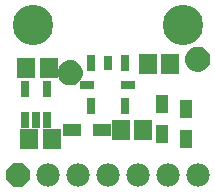
<source format=gbr>
G04 EAGLE Gerber RS-274X export*
G75*
%MOMM*%
%FSLAX34Y34*%
%LPD*%
%INSoldermask Top*%
%IPPOS*%
%AMOC8*
5,1,8,0,0,1.08239X$1,22.5*%
G01*
%ADD10R,1.503200X1.703200*%
%ADD11C,3.419200*%
%ADD12R,0.753200X1.403200*%
%ADD13R,0.703200X1.403200*%
%ADD14R,1.303200X0.803200*%
%ADD15R,0.803200X1.303200*%
%ADD16P,2.144431X8X112.500000*%
%ADD17C,1.981200*%
%ADD18R,1.003200X1.553200*%
%ADD19R,1.553200X1.003200*%

G36*
X166892Y112710D02*
X166892Y112710D01*
X166935Y112722D01*
X167001Y112729D01*
X168684Y113180D01*
X168725Y113199D01*
X168788Y113218D01*
X170368Y113955D01*
X170405Y113981D01*
X170464Y114010D01*
X171892Y115010D01*
X171923Y115042D01*
X171976Y115081D01*
X173209Y116314D01*
X173234Y116350D01*
X173280Y116398D01*
X174280Y117826D01*
X174298Y117867D01*
X174335Y117922D01*
X175072Y119502D01*
X175083Y119545D01*
X175110Y119606D01*
X175561Y121289D01*
X175563Y121321D01*
X175570Y121342D01*
X175570Y121357D01*
X175580Y121398D01*
X175732Y123135D01*
X175728Y123179D01*
X175732Y123245D01*
X175580Y124982D01*
X175568Y125025D01*
X175561Y125091D01*
X175110Y126774D01*
X175091Y126815D01*
X175072Y126878D01*
X174335Y128458D01*
X174309Y128495D01*
X174280Y128554D01*
X173280Y129982D01*
X173248Y130013D01*
X173209Y130066D01*
X171976Y131299D01*
X171940Y131324D01*
X171892Y131370D01*
X170464Y132370D01*
X170423Y132388D01*
X170368Y132425D01*
X168788Y133162D01*
X168745Y133173D01*
X168684Y133200D01*
X167001Y133651D01*
X166956Y133654D01*
X166892Y133670D01*
X165155Y133822D01*
X165111Y133818D01*
X165045Y133822D01*
X163308Y133670D01*
X163265Y133658D01*
X163199Y133651D01*
X161516Y133200D01*
X161475Y133181D01*
X161412Y133162D01*
X159832Y132425D01*
X159795Y132399D01*
X159736Y132370D01*
X158308Y131370D01*
X158277Y131338D01*
X158224Y131299D01*
X156991Y130066D01*
X156966Y130030D01*
X156920Y129982D01*
X155920Y128554D01*
X155902Y128513D01*
X155865Y128458D01*
X155128Y126878D01*
X155117Y126835D01*
X155090Y126774D01*
X154639Y125091D01*
X154636Y125046D01*
X154620Y124982D01*
X154468Y123245D01*
X154472Y123201D01*
X154468Y123135D01*
X154620Y121398D01*
X154632Y121355D01*
X154636Y121321D01*
X154636Y121305D01*
X154638Y121300D01*
X154639Y121289D01*
X155090Y119606D01*
X155109Y119565D01*
X155128Y119502D01*
X155865Y117922D01*
X155891Y117885D01*
X155920Y117826D01*
X156920Y116398D01*
X156952Y116367D01*
X156991Y116314D01*
X158224Y115081D01*
X158260Y115056D01*
X158308Y115010D01*
X159736Y114010D01*
X159777Y113992D01*
X159832Y113955D01*
X161412Y113218D01*
X161455Y113207D01*
X161516Y113180D01*
X163199Y112729D01*
X163244Y112726D01*
X163308Y112710D01*
X165045Y112558D01*
X165089Y112562D01*
X165155Y112558D01*
X166892Y112710D01*
G37*
G36*
X58942Y101280D02*
X58942Y101280D01*
X58985Y101292D01*
X59051Y101299D01*
X60734Y101750D01*
X60775Y101769D01*
X60838Y101788D01*
X62418Y102525D01*
X62455Y102551D01*
X62514Y102580D01*
X63942Y103580D01*
X63973Y103612D01*
X64026Y103651D01*
X65259Y104884D01*
X65284Y104920D01*
X65330Y104968D01*
X66330Y106396D01*
X66348Y106437D01*
X66385Y106492D01*
X67122Y108072D01*
X67133Y108115D01*
X67160Y108176D01*
X67611Y109859D01*
X67613Y109891D01*
X67620Y109912D01*
X67620Y109927D01*
X67630Y109968D01*
X67782Y111705D01*
X67778Y111749D01*
X67782Y111815D01*
X67630Y113552D01*
X67618Y113595D01*
X67611Y113661D01*
X67160Y115344D01*
X67141Y115385D01*
X67122Y115448D01*
X66385Y117028D01*
X66359Y117065D01*
X66330Y117124D01*
X65330Y118552D01*
X65298Y118583D01*
X65259Y118636D01*
X64026Y119869D01*
X63990Y119894D01*
X63942Y119940D01*
X62514Y120940D01*
X62473Y120958D01*
X62418Y120995D01*
X60838Y121732D01*
X60795Y121743D01*
X60734Y121770D01*
X59051Y122221D01*
X59006Y122224D01*
X58942Y122240D01*
X57205Y122392D01*
X57161Y122388D01*
X57095Y122392D01*
X55358Y122240D01*
X55315Y122228D01*
X55249Y122221D01*
X53566Y121770D01*
X53525Y121751D01*
X53462Y121732D01*
X51882Y120995D01*
X51845Y120969D01*
X51786Y120940D01*
X50358Y119940D01*
X50327Y119908D01*
X50274Y119869D01*
X49041Y118636D01*
X49016Y118600D01*
X48970Y118552D01*
X47970Y117124D01*
X47952Y117083D01*
X47915Y117028D01*
X47178Y115448D01*
X47167Y115405D01*
X47140Y115344D01*
X46689Y113661D01*
X46686Y113616D01*
X46670Y113552D01*
X46518Y111815D01*
X46522Y111771D01*
X46518Y111705D01*
X46670Y109968D01*
X46682Y109925D01*
X46686Y109891D01*
X46686Y109875D01*
X46688Y109870D01*
X46689Y109859D01*
X47140Y108176D01*
X47159Y108135D01*
X47178Y108072D01*
X47915Y106492D01*
X47941Y106455D01*
X47970Y106396D01*
X48970Y104968D01*
X49002Y104937D01*
X49041Y104884D01*
X50274Y103651D01*
X50310Y103626D01*
X50358Y103580D01*
X51786Y102580D01*
X51827Y102562D01*
X51882Y102525D01*
X53462Y101788D01*
X53505Y101777D01*
X53566Y101750D01*
X55249Y101299D01*
X55294Y101296D01*
X55358Y101280D01*
X57095Y101128D01*
X57139Y101132D01*
X57205Y101128D01*
X58942Y101280D01*
G37*
D10*
X19710Y115570D03*
X38710Y115570D03*
D11*
X25400Y152400D03*
X152400Y152400D03*
D10*
X41250Y55880D03*
X22250Y55880D03*
D12*
X18440Y72089D03*
X27940Y72089D03*
X37440Y72089D03*
X37440Y98091D03*
X18440Y98091D03*
D10*
X141580Y119380D03*
X122580Y119380D03*
X99720Y63500D03*
X118720Y63500D03*
D13*
X74400Y119600D03*
D14*
X71400Y101600D03*
D13*
X74400Y83600D03*
X103400Y83600D03*
D14*
X106400Y101600D03*
D13*
X103400Y119600D03*
D15*
X88900Y119600D03*
D16*
X12700Y25400D03*
D17*
X38100Y25400D03*
X63500Y25400D03*
X88900Y25400D03*
X114300Y25400D03*
X139700Y25400D03*
X165100Y25400D03*
D18*
X154940Y55880D03*
X154940Y81280D03*
D19*
X58420Y63500D03*
X83820Y63500D03*
D18*
X134620Y59690D03*
X134620Y85090D03*
M02*

</source>
